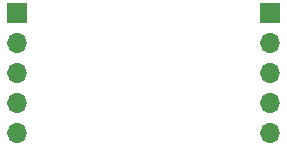
<source format=gbr>
%TF.GenerationSoftware,KiCad,Pcbnew,8.0.3*%
%TF.CreationDate,2025-09-08T17:35:16+08:00*%
%TF.ProjectId,balancing-car,62616c61-6e63-4696-9e67-2d6361722e6b,rev?*%
%TF.SameCoordinates,Original*%
%TF.FileFunction,Soldermask,Bot*%
%TF.FilePolarity,Negative*%
%FSLAX46Y46*%
G04 Gerber Fmt 4.6, Leading zero omitted, Abs format (unit mm)*
G04 Created by KiCad (PCBNEW 8.0.3) date 2025-09-08 17:35:16*
%MOMM*%
%LPD*%
G01*
G04 APERTURE LIST*
%ADD10O,1.700000X1.700000*%
%ADD11R,1.700000X1.700000*%
G04 APERTURE END LIST*
D10*
%TO.C,J2*%
X189636000Y-92994000D03*
X189636000Y-90454000D03*
X189636000Y-87914000D03*
X189636000Y-85374000D03*
D11*
X189636000Y-82834000D03*
%TD*%
D10*
%TO.C,J1*%
X211099000Y-92994000D03*
X211099000Y-90454000D03*
X211099000Y-87914000D03*
X211099000Y-85374000D03*
D11*
X211099000Y-82834000D03*
%TD*%
M02*

</source>
